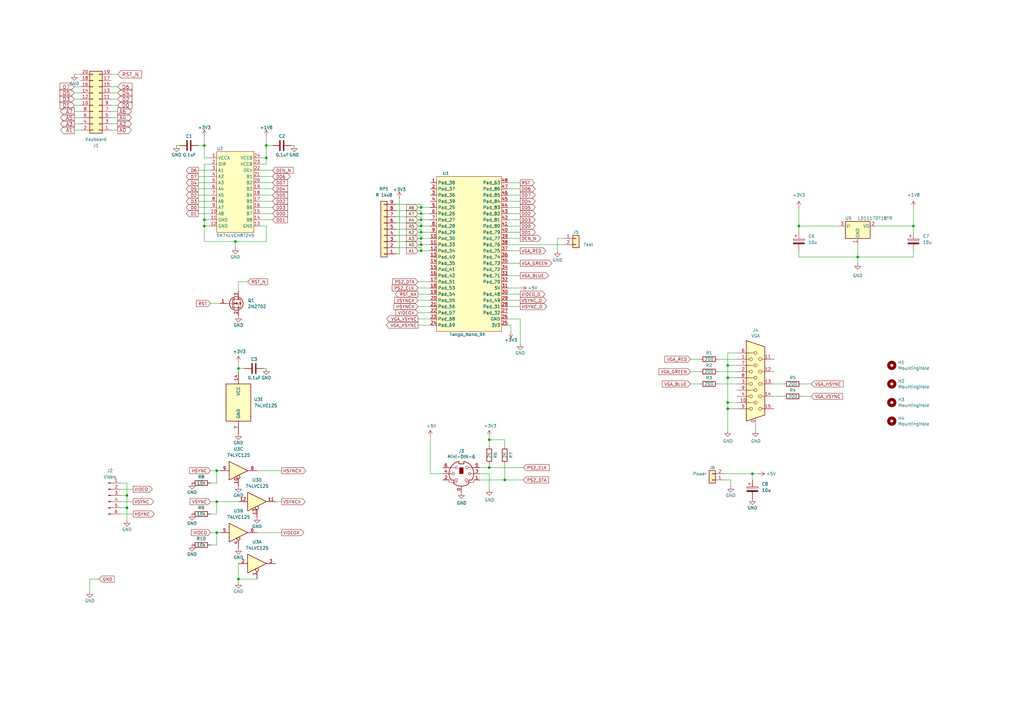
<source format=kicad_sch>
(kicad_sch (version 20211123) (generator eeschema)
  (paper "A3")
  (title_block (title "TRS-80 M3 Keyboard Adapter") (date "2022-07-04") (rev "V0.0") (comment 3 "Title: TRS-80 Keyboard Adapter for M3") (comment 4 "Author: Matt Boytim"))
  (lib_symbols
    (symbol "74xx:74LS125" (pin_names (offset 1.016))
      (property "Reference" "U" (at 0 1.27 0))
      (property "Value" "74LS125" (at 0 -1.27 0))
      (symbol "74LS125_1_0"
        (pin input inverted (at 0 -6.35 90) (length 4.445) (name "~") (number "1"))
        (pin input line (at -7.62 0 0) (length 3.81) (name "~") (number "2"))
        (pin tri_state line (at 7.62 0 180) (length 3.81) (name "~") (number "3"))
      )
      (symbol "74LS125_2_0"
        (pin input inverted (at 0 -6.35 90) (length 4.445) (name "~") (number "4"))
        (pin input line (at -7.62 0 0) (length 3.81) (name "~") (number "5"))
        (pin tri_state line (at 7.62 0 180) (length 3.81) (name "~") (number "6"))
      )
      (symbol "74LS125_3_0"
        (pin input inverted (at 0 -6.35 90) (length 4.445) (name "~") (number "10"))
        (pin tri_state line (at 7.62 0 180) (length 3.81) (name "~") (number "8"))
        (pin input line (at -7.62 0 0) (length 3.81) (name "~") (number "9"))
      )
      (symbol "74LS125_4_0"
        (pin tri_state line (at 7.62 0 180) (length 3.81) (name "~") (number "11"))
        (pin input line (at -7.62 0 0) (length 3.81) (name "~") (number "12"))
        (pin input inverted (at 0 -6.35 90) (length 4.445) (name "~") (number "13"))
      )
      (symbol "74LS125_5_0"
        (pin power_in line (at 0 12.7 270) (length 5.08) (name "VCC") (number "14"))
        (pin power_in line (at 0 -12.7 90) (length 5.08) (name "GND") (number "7"))
      )
    )
    (symbol "Connector:Conn_01x06_Male" (pin_names (offset 1.016) hide)
      (property "Reference" "J" (at 0 7.62 0))
      (property "Value" "Conn_01x06_Male" (at 0 -10.16 0))
      (symbol "Conn_01x06_Male_1_1"
        (pin passive line (at 5.08 5.08 180) (length 3.81) (name "Pin_1") (number "1"))
        (pin passive line (at 5.08 2.54 180) (length 3.81) (name "Pin_2") (number "2"))
        (pin passive line (at 5.08 0 180) (length 3.81) (name "Pin_3") (number "3"))
        (pin passive line (at 5.08 -2.54 180) (length 3.81) (name "Pin_4") (number "4"))
        (pin passive line (at 5.08 -5.08 180) (length 3.81) (name "Pin_5") (number "5"))
        (pin passive line (at 5.08 -7.62 180) (length 3.81) (name "Pin_6") (number "6"))
      )
    )
    (symbol "Connector:DB15_Female_HighDensity" (pin_names (offset 1.016) hide)
      (property "Reference" "J4" (at 0 22.0218 0))
      (property "Value" "DB15_Female_HighDensity" (at 0 19.7104 0))
      (symbol "DB15_Female_HighDensity_1_1"
        (pin input line (at 0 -16.51 90) (length 2.54) (name "Case") (number "0"))
        (pin passive line (at -7.62 10.16 0) (length 5.08) (name "~") (number "1"))
        (pin passive line (at -7.62 -7.62 0) (length 5.08) (name "~") (number "10"))
        (pin passive line (at 7.62 10.16 180) (length 5.08) (name "~") (number "11"))
        (pin passive line (at 7.62 5.08 180) (length 5.08) (name "~") (number "12"))
        (pin passive line (at 7.62 0 180) (length 5.08) (name "~") (number "13"))
        (pin passive line (at 7.62 -5.08 180) (length 5.08) (name "~") (number "14"))
        (pin passive line (at 7.62 -10.16 180) (length 5.08) (name "~") (number "15"))
        (pin passive line (at -7.62 5.08 0) (length 5.08) (name "~") (number "2"))
        (pin passive line (at -7.62 0 0) (length 5.08) (name "~") (number "3"))
        (pin passive line (at -7.62 -5.08 0) (length 5.08) (name "~") (number "4"))
        (pin passive line (at -7.62 -10.16 0) (length 5.08) (name "~") (number "5"))
        (pin passive line (at -7.62 12.7 0) (length 5.08) (name "~") (number "6"))
        (pin passive line (at -7.62 7.62 0) (length 5.08) (name "~") (number "7"))
        (pin passive line (at -7.62 2.54 0) (length 5.08) (name "~") (number "8"))
        (pin passive line (at -7.62 -2.54 0) (length 5.08) (name "~") (number "9"))
      )
    )
    (symbol "Connector:Mini-DIN-6" (pin_names (offset 1.016))
      (property "Reference" "J3" (at 0 9.3218 0))
      (property "Value" "Mini-DIN-6" (at 0 7.0104 0))
      (symbol "Mini-DIN-6_1_1"
        (pin passive line (at 0 -7.62 90) (length 2.54) (name "") (number "0"))
        (pin passive line (at 7.62 -2.54 180) (length 2.54) (name "~") (number "1"))
        (pin passive line (at -7.62 -2.54 0) (length 2.54) (name "~") (number "2"))
        (pin passive line (at 7.62 0 180) (length 2.54) (name "~") (number "3"))
        (pin passive line (at -7.62 0 0) (length 2.54) (name "~") (number "4"))
        (pin passive line (at 7.62 2.54 180) (length 2.54) (name "~") (number "5"))
        (pin passive line (at -7.62 2.54 0) (length 2.54) (name "~") (number "6"))
      )
    )
    (symbol "Connector_Generic:Conn_01x09" (pin_names (offset 1.016) hide)
      (property "Reference" "J" (at 0 12.7 0))
      (property "Value" "Conn_01x09" (at 0 -12.7 0))
      (symbol "Conn_01x09_1_1"
        (pin passive line (at -5.08 10.16 0) (length 3.81) (name "Pin_1") (number "1"))
        (pin passive line (at -5.08 7.62 0) (length 3.81) (name "Pin_2") (number "2"))
        (pin passive line (at -5.08 5.08 0) (length 3.81) (name "Pin_3") (number "3"))
        (pin passive line (at -5.08 2.54 0) (length 3.81) (name "Pin_4") (number "4"))
        (pin passive line (at -5.08 0 0) (length 3.81) (name "Pin_5") (number "5"))
        (pin passive line (at -5.08 -2.54 0) (length 3.81) (name "Pin_6") (number "6"))
        (pin passive line (at -5.08 -5.08 0) (length 3.81) (name "Pin_7") (number "7"))
        (pin passive line (at -5.08 -7.62 0) (length 3.81) (name "Pin_8") (number "8"))
        (pin passive line (at -5.08 -10.16 0) (length 3.81) (name "Pin_9") (number "9"))
      )
    )
    (symbol "Connector_Generic:Conn_02x10_Odd_Even" (pin_names (offset 1.016) hide)
      (property "Reference" "J" (at 1.27 12.7 0))
      (property "Value" "Conn_02x10_Odd_Even" (at 1.27 -15.24 0))
      (symbol "Conn_02x10_Odd_Even_1_1"
        (pin passive line (at -5.08 10.16 0) (length 3.81) (name "Pin_1") (number "1"))
        (pin passive line (at 7.62 0 180) (length 3.81) (name "Pin_10") (number "10"))
        (pin passive line (at -5.08 -2.54 0) (length 3.81) (name "Pin_11") (number "11"))
        (pin passive line (at 7.62 -2.54 180) (length 3.81) (name "Pin_12") (number "12"))
        (pin passive line (at -5.08 -5.08 0) (length 3.81) (name "Pin_13") (number "13"))
        (pin passive line (at 7.62 -5.08 180) (length 3.81) (name "Pin_14") (number "14"))
        (pin passive line (at -5.08 -7.62 0) (length 3.81) (name "Pin_15") (number "15"))
        (pin passive line (at 7.62 -7.62 180) (length 3.81) (name "Pin_16") (number "16"))
        (pin passive line (at -5.08 -10.16 0) (length 3.81) (name "Pin_17") (number "17"))
        (pin passive line (at 7.62 -10.16 180) (length 3.81) (name "Pin_18") (number "18"))
        (pin passive line (at -5.08 -12.7 0) (length 3.81) (name "Pin_19") (number "19"))
        (pin passive line (at 7.62 10.16 180) (length 3.81) (name "Pin_2") (number "2"))
        (pin passive line (at 7.62 -12.7 180) (length 3.81) (name "Pin_20") (number "20"))
        (pin passive line (at -5.08 7.62 0) (length 3.81) (name "Pin_3") (number "3"))
        (pin passive line (at 7.62 7.62 180) (length 3.81) (name "Pin_4") (number "4"))
        (pin passive line (at -5.08 5.08 0) (length 3.81) (name "Pin_5") (number "5"))
        (pin passive line (at 7.62 5.08 180) (length 3.81) (name "Pin_6") (number "6"))
        (pin passive line (at -5.08 2.54 0) (length 3.81) (name "Pin_7") (number "7"))
        (pin passive line (at 7.62 2.54 180) (length 3.81) (name "Pin_8") (number "8"))
        (pin passive line (at -5.08 0 0) (length 3.81) (name "Pin_9") (number "9"))
      )
    )
    (symbol "Device:C" (pin_numbers hide) (pin_names (offset 0.254))
      (property "Reference" "C" (at 0.635 2.54 0))
      (property "Value" "C" (at 0.635 -2.54 0))
      (symbol "C_1_1"
        (pin passive line (at 0 3.81 270) (length 2.794) (name "~") (number "1"))
        (pin passive line (at 0 -3.81 90) (length 2.794) (name "~") (number "2"))
      )
    )
    (symbol "Device:C_Polarized" (pin_numbers hide) (pin_names (offset 0.254))
      (property "Reference" "C" (at 0.635 2.54 0))
      (property "Value" "C_Polarized" (at 0.635 -2.54 0))
      (symbol "C_Polarized_1_1"
        (pin passive line (at 0 3.81 270) (length 2.794) (name "~") (number "1"))
        (pin passive line (at 0 -3.81 90) (length 2.794) (name "~") (number "2"))
      )
    )
    (symbol "Device:Q_NMOS_GSD" (pin_names (offset 0) hide)
      (property "Reference" "Q" (at 5.08 1.27 0))
      (property "Value" "Q_NMOS_GSD" (at 5.08 -1.27 0))
      (symbol "Q_NMOS_GSD_1_1"
        (pin input line (at -5.08 0 0) (length 2.54) (name "G") (number "1"))
        (pin passive line (at 2.54 -5.08 90) (length 2.54) (name "S") (number "2"))
        (pin passive line (at 2.54 5.08 270) (length 2.54) (name "D") (number "3"))
      )
    )
    (symbol "Device:R" (pin_numbers hide) (pin_names (offset 0))
      (property "Reference" "R" (at 2.032 0 90))
      (property "Value" "R" (at 0 0 90))
      (symbol "R_1_1"
        (pin passive line (at 0 3.81 270) (length 1.27) (name "~") (number "1"))
        (pin passive line (at 0 -3.81 90) (length 1.27) (name "~") (number "2"))
      )
    )
    (symbol "MYLIB:LD1117DT18TR" (pin_names (offset 0.254))
      (property "Reference" "U" (at -3.81 3.175 0))
      (property "Value" "LD1117DT18TR" (at 0 3.175 0))
      (symbol "LD1117DT18TR_1_1"
        (pin power_in line (at 0 -7.62 90) (length 2.54) (name "GND") (number "1"))
        (pin power_out line (at 7.62 0 180) (length 2.54) (name "VO") (number "2"))
        (pin power_in line (at -7.62 0 0) (length 2.54) (name "VI") (number "3"))
      )
    )
    (symbol "MYLIB:SN74LVCH8T245"
      (property "Reference" "U" (at -6.35 17.78 0))
      (property "Value" "SN74LVCH8T245" (at 0 -17.78 0))
      (symbol "SN74LVCH8T245_1_1"
        (pin power_in line (at -10.16 13.97 0) (length 2.54) (name "VCCA") (number "1"))
        (pin input line (at -10.16 -8.89 0) (length 2.54) (name "A8") (number "10"))
        (pin power_in line (at -10.16 -11.43 0) (length 2.54) (name "GND") (number "11"))
        (pin power_in line (at -10.16 -13.97 0) (length 2.54) (name "GND") (number "12"))
        (pin power_in line (at 10.16 -13.97 180) (length 2.54) (name "GND") (number "13"))
        (pin tri_state line (at 10.16 -11.43 180) (length 2.54) (name "B8") (number "14"))
        (pin tri_state line (at 10.16 -8.89 180) (length 2.54) (name "B7") (number "15"))
        (pin tri_state line (at 10.16 -6.35 180) (length 2.54) (name "B6") (number "16"))
        (pin tri_state line (at 10.16 -3.81 180) (length 2.54) (name "B5") (number "17"))
        (pin tri_state line (at 10.16 -1.27 180) (length 2.54) (name "B4") (number "18"))
        (pin tri_state line (at 10.16 1.27 180) (length 2.54) (name "B3") (number "19"))
        (pin input line (at -10.16 11.43 0) (length 2.54) (name "DIR") (number "2"))
        (pin tri_state line (at 10.16 3.81 180) (length 2.54) (name "B2") (number "20"))
        (pin tri_state line (at 10.16 6.35 180) (length 2.54) (name "B1") (number "21"))
        (pin input line (at 10.16 8.89 180) (length 2.54) (name "OEn") (number "22"))
        (pin power_in line (at 10.16 11.43 180) (length 2.54) (name "VCCB") (number "23"))
        (pin power_in line (at 10.16 13.97 180) (length 2.54) (name "VCCB") (number "24"))
        (pin input line (at -10.16 8.89 0) (length 2.54) (name "A1") (number "3"))
        (pin input line (at -10.16 6.35 0) (length 2.54) (name "A2") (number "4"))
        (pin input line (at -10.16 3.81 0) (length 2.54) (name "A3") (number "5"))
        (pin input line (at -10.16 1.27 0) (length 2.54) (name "A4") (number "6"))
        (pin input line (at -10.16 -1.27 0) (length 2.54) (name "A5") (number "7"))
        (pin input line (at -10.16 -3.81 0) (length 2.54) (name "A6") (number "8"))
        (pin input line (at -10.16 -6.35 0) (length 2.54) (name "A7") (number "9"))
      )
    )
    (symbol "MYLIB:Tango_Nano_9K"
      (property "Reference" "U" (at -10.16 30.48 0))
      (property "Value" "Tango_Nano_9K" (at -1.27 -35.56 0))
      (symbol "Tango_Nano_9K_1_1"
        (pin tri_state line (at -16.51 26.67 0) (length 2.54) (name "Pad_38") (number "1"))
        (pin tri_state line (at -16.51 3.81 0) (length 2.54) (name "Pad_30") (number "10"))
        (pin tri_state line (at -16.51 1.27 0) (length 2.54) (name "Pad_33") (number "11"))
        (pin tri_state line (at -16.51 -1.27 0) (length 2.54) (name "Pad_34") (number "12"))
        (pin tri_state line (at -16.51 -3.81 0) (length 2.54) (name "Pad_40") (number "13"))
        (pin tri_state line (at -16.51 -6.35 0) (length 2.54) (name "Pad_35") (number "14"))
        (pin tri_state line (at -16.51 -8.89 0) (length 2.54) (name "Pad_41") (number "15"))
        (pin tri_state line (at -16.51 -11.43 0) (length 2.54) (name "Pad_42") (number "16"))
        (pin tri_state line (at -16.51 -13.97 0) (length 2.54) (name "Pad_51") (number "17"))
        (pin tri_state line (at -16.51 -16.51 0) (length 2.54) (name "Pad_53") (number "18"))
        (pin tri_state line (at -16.51 -19.05 0) (length 2.54) (name "Pad_54") (number "19"))
        (pin tri_state line (at -16.51 24.13 0) (length 2.54) (name "Pad_37") (number "2"))
        (pin tri_state line (at -16.51 -21.59 0) (length 2.54) (name "Pad_55") (number "20"))
        (pin tri_state line (at -16.51 -24.13 0) (length 2.54) (name "Pad_56") (number "21"))
        (pin tri_state line (at -16.51 -26.67 0) (length 2.54) (name "Pad_57") (number "22"))
        (pin tri_state line (at -16.51 -29.21 0) (length 2.54) (name "Pad_68") (number "23"))
        (pin tri_state line (at -16.51 -31.75 0) (length 2.54) (name "Pad_69") (number "24"))
        (pin power_in line (at 15.24 -31.75 180) (length 2.54) (name "3V3") (number "25"))
        (pin power_in line (at 15.24 -29.21 180) (length 2.54) (name "GND") (number "26"))
        (pin tri_state line (at 15.24 -26.67 180) (length 2.54) (name "Pad_32") (number "27"))
        (pin tri_state line (at 15.24 -24.13 180) (length 2.54) (name "Pad_31") (number "28"))
        (pin tri_state line (at 15.24 -21.59 180) (length 2.54) (name "Pad_49") (number "29"))
        (pin tri_state line (at -16.51 21.59 0) (length 2.54) (name "Pad_36") (number "3"))
        (pin tri_state line (at 15.24 -19.05 180) (length 2.54) (name "Pad_48") (number "30"))
        (pin power_in line (at 15.24 -16.51 180) (length 2.54) (name "5V") (number "31"))
        (pin tri_state line (at 15.24 -13.97 180) (length 2.54) (name "Pad_70") (number "32"))
        (pin tri_state line (at 15.24 -11.43 180) (length 2.54) (name "Pad_71") (number "33"))
        (pin tri_state line (at 15.24 -8.89 180) (length 2.54) (name "Pad_72") (number "34"))
        (pin tri_state line (at 15.24 -6.35 180) (length 2.54) (name "Pad_73") (number "35"))
        (pin tri_state line (at 15.24 -3.81 180) (length 2.54) (name "Pad_74") (number "36"))
        (pin tri_state line (at 15.24 -1.27 180) (length 2.54) (name "Pad_75") (number "37"))
        (pin tri_state line (at 15.24 1.27 180) (length 2.54) (name "Pad_76") (number "38"))
        (pin tri_state line (at 15.24 3.81 180) (length 2.54) (name "Pad_77") (number "39"))
        (pin tri_state line (at -16.51 19.05 0) (length 2.54) (name "Pad_39") (number "4"))
        (pin tri_state line (at 15.24 6.35 180) (length 2.54) (name "Pad_79") (number "40"))
        (pin tri_state line (at 15.24 8.89 180) (length 2.54) (name "Pad_80") (number "41"))
        (pin tri_state line (at 15.24 11.43 180) (length 2.54) (name "Pad_81") (number "42"))
        (pin tri_state line (at 15.24 13.97 180) (length 2.54) (name "Pad_82") (number "43"))
        (pin tri_state line (at 15.24 16.51 180) (length 2.54) (name "Pad_83") (number "44"))
        (pin tri_state line (at 15.24 19.05 180) (length 2.54) (name "Pad_84") (number "45"))
        (pin tri_state line (at 15.24 21.59 180) (length 2.54) (name "Pad_85") (number "46"))
        (pin tri_state line (at 15.24 24.13 180) (length 2.54) (name "Pad_86") (number "47"))
        (pin tri_state line (at 15.24 26.67 180) (length 2.54) (name "Pad_63") (number "48"))
        (pin tri_state line (at -16.51 16.51 0) (length 2.54) (name "Pad_25") (number "5"))
        (pin tri_state line (at -16.51 13.97 0) (length 2.54) (name "Pad_26") (number "6"))
        (pin tri_state line (at -16.51 11.43 0) (length 2.54) (name "Pad_27") (number "7"))
        (pin tri_state line (at -16.51 8.89 0) (length 2.54) (name "Pad_28") (number "8"))
        (pin tri_state line (at -16.51 6.35 0) (length 2.54) (name "Pad_29") (number "9"))
      )
    )
    (symbol "Mechanical:MountingHole" (pin_names (offset 1.016))
      (property "Reference" "H" (at 0 5.08 0))
      (property "Value" "MountingHole" (at 0 3.175 0))
    )
    (symbol "conn:Conn_01x02" (pin_names (offset 1.016) hide)
      (property "Reference" "J" (at 0 2.54 0))
      (property "Value" "conn_Conn_01x02" (at 0 -5.08 0))
      (symbol "Conn_01x02_1_1"
        (pin passive line (at -5.08 0 0) (length 3.81) (name "Pin_1") (number "1"))
        (pin passive line (at -5.08 -2.54 0) (length 3.81) (name "Pin_2") (number "2"))
      )
    )
    (symbol "power:+1V8" (power) (pin_names (offset 0))
      (property "Value" "+1V8" (at 0 3.556 0))
      (symbol "+1V8_1_1"
        (pin power_in line (at 0 0 90) (length 0) hide (name "+1V8") (number "1"))
      )
    )
    (symbol "power:+3.3V" (power) (pin_names (offset 0))
      (property "Value" "+3.3V" (at 0 3.556 0))
      (symbol "+3.3V_1_1"
        (pin power_in line (at 0 0 90) (length 0) hide (name "+3V3") (number "1"))
      )
    )
    (symbol "power:+3V3" (power) (pin_names (offset 0))
      (property "Value" "+3V3" (at 0 3.556 0))
      (symbol "+3V3_1_1"
        (pin power_in line (at 0 0 90) (length 0) hide (name "+3V3") (number "1"))
      )
    )
    (symbol "power:+5V" (power) (pin_names (offset 0))
      (property "Value" "+5V" (at 0 3.556 0))
      (symbol "+5V_1_1"
        (pin power_in line (at 0 0 90) (length 0) hide (name "+5V") (number "1"))
      )
    )
    (symbol "power:GND" (power) (pin_names (offset 0))
      (property "Value" "GND" (at 0 -3.81 0))
      (symbol "GND_1_1"
        (pin power_in line (at 0 0 270) (length 0) hide (name "GND") (number "1"))
      )
    )
  )
  (junction (at 83.82 92.71))
  (junction (at 207.01 196.85))
  (junction (at 97.79 151.13))
  (junction (at 351.79 105.41))
  (junction (at 172.72 97.79))
  (junction (at 172.72 90.17))
  (junction (at 298.45 167.64))
  (junction (at 327.66 92.71))
  (junction (at 200.66 180.34))
  (junction (at 83.82 90.17))
  (junction (at 172.72 102.87))
  (junction (at 88.9 218.44))
  (junction (at 172.72 100.33))
  (junction (at 52.07 208.28))
  (junction (at 83.82 59.69))
  (junction (at 172.72 95.25))
  (junction (at 172.72 87.63))
  (junction (at 298.45 165.1))
  (junction (at 96.52 99.06))
  (junction (at 88.9 193.04))
  (junction (at 52.07 203.2))
  (junction (at 88.9 205.74))
  (junction (at 109.22 64.77))
  (junction (at 308.61 194.31))
  (junction (at 172.72 92.71))
  (junction (at 97.79 237.49))
  (junction (at 298.45 149.86))
  (junction (at 298.45 154.94))
  (junction (at 374.65 92.71))
  (junction (at 172.72 85.09))
  (junction (at 109.22 59.69))
  (junction (at 200.66 191.77))
  (wire (pts (xy 171.45 115.57) (xy 176.53 115.57)))
  (wire (pts (xy 327.66 105.41) (xy 351.79 105.41)))
  (wire (pts (xy 171.45 90.17) (xy 172.72 90.17)))
  (wire (pts (xy 33.02 38.1) (xy 30.48 38.1)))
  (wire (pts (xy 33.02 45.72) (xy 30.48 45.72)))
  (wire (pts (xy 297.18 194.31) (xy 308.61 194.31)))
  (wire (pts (xy 81.28 82.55) (xy 86.36 82.55)))
  (wire (pts (xy 196.85 191.77) (xy 200.66 191.77)))
  (wire (pts (xy 97.79 237.49) (xy 97.79 238.76)))
  (wire (pts (xy 97.79 115.57) (xy 97.79 119.38)))
  (wire (pts (xy 196.85 196.85) (xy 207.01 196.85)))
  (wire (pts (xy 176.53 128.27) (xy 171.45 128.27)))
  (wire (pts (xy 81.28 69.85) (xy 86.36 69.85)))
  (wire (pts (xy 208.28 113.03) (xy 213.36 113.03)))
  (wire (pts (xy 48.26 53.34) (xy 45.72 53.34)))
  (wire (pts (xy 172.72 88.9) (xy 172.72 90.17)))
  (wire (pts (xy 88.9 218.44) (xy 88.9 223.52)))
  (wire (pts (xy 109.22 99.06) (xy 109.22 92.71)))
  (wire (pts (xy 294.64 157.48) (xy 302.26 157.48)))
  (wire (pts (xy 196.85 194.31) (xy 200.66 194.31)))
  (wire (pts (xy 106.68 64.77) (xy 109.22 64.77)))
  (wire (pts (xy 171.45 123.19) (xy 176.53 123.19)))
  (wire (pts (xy 208.28 80.01) (xy 213.36 80.01)))
  (wire (pts (xy 283.21 147.32) (xy 287.02 147.32)))
  (wire (pts (xy 294.64 152.4) (xy 302.26 152.4)))
  (wire (pts (xy 171.45 87.63) (xy 172.72 87.63)))
  (wire (pts (xy 36.83 237.49) (xy 40.64 237.49)))
  (wire (pts (xy 172.72 85.09) (xy 176.53 85.09)))
  (wire (pts (xy 171.45 97.79) (xy 172.72 97.79)))
  (wire (pts (xy 302.26 165.1) (xy 298.45 165.1)))
  (wire (pts (xy 208.28 100.33) (xy 231.14 100.33)))
  (wire (pts (xy 298.45 144.78) (xy 298.45 149.86)))
  (wire (pts (xy 214.63 191.77) (xy 200.66 191.77)))
  (wire (pts (xy 106.68 74.93) (xy 111.76 74.93)))
  (wire (pts (xy 33.02 50.8) (xy 30.48 50.8)))
  (wire (pts (xy 109.22 64.77) (xy 109.22 67.31)))
  (wire (pts (xy 83.82 90.17) (xy 83.82 92.71)))
  (wire (pts (xy 109.22 59.69) (xy 111.76 59.69)))
  (wire (pts (xy 208.28 85.09) (xy 213.36 85.09)))
  (wire (pts (xy 97.79 151.13) (xy 100.33 151.13)))
  (wire (pts (xy 200.66 194.31) (xy 200.66 200.66)))
  (wire (pts (xy 328.93 162.56) (xy 332.74 162.56)))
  (wire (pts (xy 172.72 102.87) (xy 176.53 102.87)))
  (wire (pts (xy 83.82 99.06) (xy 96.52 99.06)))
  (wire (pts (xy 308.61 194.31) (xy 308.61 196.85)))
  (wire (pts (xy 81.28 72.39) (xy 86.36 72.39)))
  (wire (pts (xy 120.65 59.69) (xy 119.38 59.69)))
  (wire (pts (xy 208.28 125.73) (xy 213.36 125.73)))
  (wire (pts (xy 106.68 92.71) (xy 109.22 92.71)))
  (wire (pts (xy 86.36 210.82) (xy 88.9 210.82)))
  (wire (pts (xy 52.07 208.28) (xy 52.07 213.36)))
  (wire (pts (xy 171.45 125.73) (xy 176.53 125.73)))
  (wire (pts (xy 297.18 196.85) (xy 299.72 196.85)))
  (wire (pts (xy 72.39 59.69) (xy 73.66 59.69)))
  (wire (pts (xy 208.28 92.71) (xy 213.36 92.71)))
  (wire (pts (xy 213.36 130.81) (xy 213.36 140.97)))
  (wire (pts (xy 162.56 83.82) (xy 172.72 83.82)))
  (wire (pts (xy 109.22 59.69) (xy 109.22 64.77)))
  (wire (pts (xy 208.28 90.17) (xy 213.36 90.17)))
  (wire (pts (xy 88.9 205.74) (xy 97.79 205.74)))
  (wire (pts (xy 33.02 35.56) (xy 30.48 35.56)))
  (wire (pts (xy 48.26 48.26) (xy 45.72 48.26)))
  (wire (pts (xy 209.55 133.35) (xy 209.55 135.89)))
  (wire (pts (xy 328.93 157.48) (xy 332.74 157.48)))
  (wire (pts (xy 97.79 237.49) (xy 105.41 237.49)))
  (wire (pts (xy 298.45 149.86) (xy 298.45 154.94)))
  (wire (pts (xy 109.22 67.31) (xy 106.68 67.31)))
  (wire (pts (xy 81.28 87.63) (xy 86.36 87.63)))
  (wire (pts (xy 172.72 83.82) (xy 172.72 85.09)))
  (wire (pts (xy 317.5 162.56) (xy 321.31 162.56)))
  (wire (pts (xy 36.83 242.57) (xy 36.83 237.49)))
  (wire (pts (xy 208.28 107.95) (xy 213.36 107.95)))
  (wire (pts (xy 97.79 231.14) (xy 97.79 237.49)))
  (wire (pts (xy 351.79 105.41) (xy 374.65 105.41)))
  (wire (pts (xy 81.28 59.69) (xy 83.82 59.69)))
  (wire (pts (xy 171.45 102.87) (xy 172.72 102.87)))
  (wire (pts (xy 200.66 180.34) (xy 200.66 182.88)))
  (wire (pts (xy 172.72 90.17) (xy 176.53 90.17)))
  (wire (pts (xy 48.26 38.1) (xy 45.72 38.1)))
  (wire (pts (xy 302.26 149.86) (xy 298.45 149.86)))
  (wire (pts (xy 302.26 144.78) (xy 298.45 144.78)))
  (wire (pts (xy 374.65 92.71) (xy 374.65 95.25)))
  (wire (pts (xy 49.53 203.2) (xy 52.07 203.2)))
  (wire (pts (xy 162.56 91.44) (xy 172.72 91.44)))
  (wire (pts (xy 351.79 100.33) (xy 351.79 105.41)))
  (wire (pts (xy 83.82 64.77) (xy 86.36 64.77)))
  (wire (pts (xy 48.26 40.64) (xy 45.72 40.64)))
  (wire (pts (xy 208.28 74.93) (xy 213.36 74.93)))
  (wire (pts (xy 172.72 93.98) (xy 172.72 95.25)))
  (wire (pts (xy 33.02 53.34) (xy 30.48 53.34)))
  (wire (pts (xy 171.45 92.71) (xy 172.72 92.71)))
  (wire (pts (xy 207.01 196.85) (xy 214.63 196.85)))
  (wire (pts (xy 81.28 85.09) (xy 86.36 85.09)))
  (wire (pts (xy 208.28 102.87) (xy 213.36 102.87)))
  (wire (pts (xy 106.68 69.85) (xy 111.76 69.85)))
  (wire (pts (xy 83.82 92.71) (xy 83.82 99.06)))
  (wire (pts (xy 106.68 77.47) (xy 111.76 77.47)))
  (wire (pts (xy 162.56 86.36) (xy 172.72 86.36)))
  (wire (pts (xy 33.02 40.64) (xy 30.48 40.64)))
  (wire (pts (xy 172.72 97.79) (xy 176.53 97.79)))
  (wire (pts (xy 172.72 95.25) (xy 176.53 95.25)))
  (wire (pts (xy 106.68 82.55) (xy 111.76 82.55)))
  (wire (pts (xy 172.72 92.71) (xy 176.53 92.71)))
  (wire (pts (xy 113.03 205.74) (xy 115.57 205.74)))
  (wire (pts (xy 107.95 151.13) (xy 109.22 151.13)))
  (wire (pts (xy 96.52 99.06) (xy 96.52 101.6)))
  (wire (pts (xy 208.28 77.47) (xy 213.36 77.47)))
  (wire (pts (xy 176.53 194.31) (xy 181.61 194.31)))
  (wire (pts (xy 163.83 104.14) (xy 163.83 81.28)))
  (wire (pts (xy 172.72 100.33) (xy 176.53 100.33)))
  (wire (pts (xy 302.26 167.64) (xy 298.45 167.64)))
  (wire (pts (xy 208.28 95.25) (xy 213.36 95.25)))
  (wire (pts (xy 176.53 133.35) (xy 171.45 133.35)))
  (wire (pts (xy 45.72 30.48) (xy 48.26 30.48)))
  (wire (pts (xy 86.36 223.52) (xy 88.9 223.52)))
  (wire (pts (xy 83.82 92.71) (xy 86.36 92.71)))
  (wire (pts (xy 81.28 74.93) (xy 86.36 74.93)))
  (wire (pts (xy 172.72 86.36) (xy 172.72 87.63)))
  (wire (pts (xy 101.6 115.57) (xy 97.79 115.57)))
  (wire (pts (xy 171.45 85.09) (xy 172.72 85.09)))
  (wire (pts (xy 208.28 82.55) (xy 213.36 82.55)))
  (wire (pts (xy 172.72 101.6) (xy 172.72 102.87)))
  (wire (pts (xy 172.72 99.06) (xy 172.72 100.33)))
  (wire (pts (xy 207.01 182.88) (xy 207.01 180.34)))
  (wire (pts (xy 176.53 130.81) (xy 171.45 130.81)))
  (wire (pts (xy 172.72 96.52) (xy 172.72 97.79)))
  (wire (pts (xy 327.66 92.71) (xy 327.66 95.25)))
  (wire (pts (xy 298.45 167.64) (xy 298.45 176.53)))
  (wire (pts (xy 327.66 92.71) (xy 344.17 92.71)))
  (wire (pts (xy 171.45 120.65) (xy 176.53 120.65)))
  (wire (pts (xy 48.26 43.18) (xy 45.72 43.18)))
  (wire (pts (xy 86.36 193.04) (xy 88.9 193.04)))
  (wire (pts (xy 97.79 148.59) (xy 97.79 151.13)))
  (wire (pts (xy 298.45 165.1) (xy 298.45 167.64)))
  (wire (pts (xy 83.82 55.88) (xy 83.82 59.69)))
  (wire (pts (xy 86.36 124.46) (xy 90.17 124.46)))
  (wire (pts (xy 298.45 154.94) (xy 298.45 165.1)))
  (wire (pts (xy 48.26 35.56) (xy 45.72 35.56)))
  (wire (pts (xy 49.53 200.66) (xy 54.61 200.66)))
  (wire (pts (xy 106.68 80.01) (xy 111.76 80.01)))
  (wire (pts (xy 231.14 97.79) (xy 228.6 97.79)))
  (wire (pts (xy 49.53 208.28) (xy 52.07 208.28)))
  (wire (pts (xy 172.72 87.63) (xy 176.53 87.63)))
  (wire (pts (xy 302.26 154.94) (xy 298.45 154.94)))
  (wire (pts (xy 30.48 30.48) (xy 33.02 30.48)))
  (wire (pts (xy 88.9 218.44) (xy 90.17 218.44)))
  (wire (pts (xy 106.68 90.17) (xy 111.76 90.17)))
  (wire (pts (xy 49.53 205.74) (xy 54.61 205.74)))
  (wire (pts (xy 213.36 118.11) (xy 208.28 118.11)))
  (wire (pts (xy 207.01 180.34) (xy 200.66 180.34)))
  (wire (pts (xy 105.41 218.44) (xy 115.57 218.44)))
  (wire (pts (xy 228.6 97.79) (xy 228.6 102.87)))
  (wire (pts (xy 162.56 93.98) (xy 172.72 93.98)))
  (wire (pts (xy 208.28 87.63) (xy 213.36 87.63)))
  (wire (pts (xy 208.28 133.35) (xy 209.55 133.35)))
  (wire (pts (xy 308.61 194.31) (xy 311.15 194.31)))
  (wire (pts (xy 171.45 100.33) (xy 172.72 100.33)))
  (wire (pts (xy 327.66 85.09) (xy 327.66 92.71)))
  (wire (pts (xy 172.72 91.44) (xy 172.72 92.71)))
  (wire (pts (xy 283.21 152.4) (xy 287.02 152.4)))
  (wire (pts (xy 106.68 85.09) (xy 111.76 85.09)))
  (wire (pts (xy 200.66 191.77) (xy 200.66 190.5)))
  (wire (pts (xy 327.66 102.87) (xy 327.66 105.41)))
  (wire (pts (xy 176.53 179.07) (xy 176.53 194.31)))
  (wire (pts (xy 374.65 102.87) (xy 374.65 105.41)))
  (wire (pts (xy 171.45 95.25) (xy 172.72 95.25)))
  (wire (pts (xy 162.56 101.6) (xy 172.72 101.6)))
  (wire (pts (xy 309.88 173.99) (xy 309.88 176.53)))
  (wire (pts (xy 88.9 210.82) (xy 88.9 205.74)))
  (wire (pts (xy 299.72 196.85) (xy 299.72 199.39)))
  (wire (pts (xy 52.07 203.2) (xy 52.07 208.28)))
  (wire (pts (xy 96.52 99.06) (xy 109.22 99.06)))
  (wire (pts (xy 171.45 118.11) (xy 176.53 118.11)))
  (wire (pts (xy 86.36 67.31) (xy 83.82 67.31)))
  (wire (pts (xy 97.79 151.13) (xy 97.79 152.4)))
  (wire (pts (xy 162.56 96.52) (xy 172.72 96.52)))
  (wire (pts (xy 33.02 43.18) (xy 30.48 43.18)))
  (wire (pts (xy 200.66 179.07) (xy 200.66 180.34)))
  (wire (pts (xy 48.26 45.72) (xy 45.72 45.72)))
  (wire (pts (xy 49.53 198.12) (xy 52.07 198.12)))
  (wire (pts (xy 208.28 130.81) (xy 213.36 130.81)))
  (wire (pts (xy 88.9 193.04) (xy 88.9 198.12)))
  (wire (pts (xy 351.79 105.41) (xy 351.79 107.95)))
  (wire (pts (xy 86.36 205.74) (xy 88.9 205.74)))
  (wire (pts (xy 162.56 88.9) (xy 172.72 88.9)))
  (wire (pts (xy 294.64 147.32) (xy 302.26 147.32)))
  (wire (pts (xy 106.68 72.39) (xy 111.76 72.39)))
  (wire (pts (xy 83.82 59.69) (xy 83.82 64.77)))
  (wire (pts (xy 86.36 90.17) (xy 83.82 90.17)))
  (wire (pts (xy 88.9 193.04) (xy 90.17 193.04)))
  (wire (pts (xy 86.36 198.12) (xy 88.9 198.12)))
  (wire (pts (xy 374.65 92.71) (xy 359.41 92.71)))
  (wire (pts (xy 374.65 85.09) (xy 374.65 92.71)))
  (wire (pts (xy 317.5 157.48) (xy 321.31 157.48)))
  (wire (pts (xy 208.28 120.65) (xy 213.36 120.65)))
  (wire (pts (xy 283.21 157.48) (xy 287.02 157.48)))
  (wire (pts (xy 162.56 104.14) (xy 163.83 104.14)))
  (wire (pts (xy 207.01 196.85) (xy 207.01 190.5)))
  (wire (pts (xy 81.28 77.47) (xy 86.36 77.47)))
  (wire (pts (xy 208.28 123.19) (xy 213.36 123.19)))
  (wire (pts (xy 52.07 198.12) (xy 52.07 203.2)))
  (wire (pts (xy 86.36 218.44) (xy 88.9 218.44)))
  (wire (pts (xy 208.28 97.79) (xy 213.36 97.79)))
  (wire (pts (xy 49.53 210.82) (xy 54.61 210.82)))
  (wire (pts (xy 83.82 67.31) (xy 83.82 90.17)))
  (wire (pts (xy 81.28 80.01) (xy 86.36 80.01)))
  (wire (pts (xy 106.68 87.63) (xy 111.76 87.63)))
  (wire (pts (xy 109.22 55.88) (xy 109.22 59.69)))
  (wire (pts (xy 33.02 48.26) (xy 30.48 48.26)))
  (wire (pts (xy 48.26 50.8) (xy 45.72 50.8)))
  (wire (pts (xy 162.56 99.06) (xy 172.72 99.06)))
  (wire (pts (xy 105.41 193.04) (xy 115.57 193.04)))
  (global_label "A4" (shape output) (at 48.26 48.26 0) (effects (font (size 1.524 1.524))) (property "Intersheet References" "${INTERSHEET_REFS}" (effects hide)))
  (global_label "D3" (shape input) (at 30.48 40.64 180) (effects (font (size 1.524 1.524))) (property "Intersheet References" "${INTERSHEET_REFS}" (effects hide)))
  (global_label "DEN_N" (shape input) (at 111.76 69.85 0) (property "Intersheet References" "${INTERSHEET_REFS}" (effects hide)))
  (global_label "DD7" (shape input) (at 111.76 74.93 0) (property "Intersheet References" "${INTERSHEET_REFS}" (effects hide)))
  (global_label "VIDEO" (shape output) (at 54.61 200.66 0) (property "Intersheet References" "${INTERSHEET_REFS}" (effects hide)))
  (global_label "VIDEOX" (shape output) (at 115.57 218.44 0) (property "Intersheet References" "${INTERSHEET_REFS}" (effects hide)))
  (global_label "PS2_CLK" (shape input) (at 171.45 118.11 180) (property "Intersheet References" "${INTERSHEET_REFS}" (effects hide)))
  (global_label "VGA_GREEN" (shape input) (at 283.21 152.4 180) (property "Intersheet References" "${INTERSHEET_REFS}" (effects hide)))
  (global_label "D5" (shape output) (at 81.28 77.47 180) (property "Intersheet References" "${INTERSHEET_REFS}" (effects hide)))
  (global_label "D1" (shape output) (at 81.28 87.63 180) (property "Intersheet References" "${INTERSHEET_REFS}" (effects hide)))
  (global_label "DD0" (shape output) (at 213.36 92.71 0) (property "Intersheet References" "${INTERSHEET_REFS}" (effects hide)))
  (global_label "DD7" (shape output) (at 213.36 80.01 0) (property "Intersheet References" "${INTERSHEET_REFS}" (effects hide)))
  (global_label "VSYNC" (shape input) (at 86.36 205.74 180) (property "Intersheet References" "${INTERSHEET_REFS}" (effects hide)))
  (global_label "DD4" (shape output) (at 213.36 82.55 0) (property "Intersheet References" "${INTERSHEET_REFS}" (effects hide)))
  (global_label "VGA_VSYNC" (shape output) (at 171.45 130.81 180) (property "Intersheet References" "${INTERSHEET_REFS}" (effects hide)))
  (global_label "VSYNCX" (shape output) (at 115.57 205.74 0) (property "Intersheet References" "${INTERSHEET_REFS}" (effects hide)))
  (global_label "VSYNC" (shape output) (at 54.61 205.74 0) (property "Intersheet References" "${INTERSHEET_REFS}" (effects hide)))
  (global_label "A4" (shape input) (at 171.45 90.17 180) (property "Intersheet References" "${INTERSHEET_REFS}" (effects hide)))
  (global_label "RST_N" (shape input) (at 48.26 30.48 0) (effects (font (size 1.524 1.524))) (property "Intersheet References" "${INTERSHEET_REFS}" (effects hide)))
  (global_label "VGA_RED" (shape input) (at 283.21 147.32 180) (property "Intersheet References" "${INTERSHEET_REFS}" (effects hide)))
  (global_label "A7" (shape input) (at 171.45 87.63 180) (property "Intersheet References" "${INTERSHEET_REFS}" (effects hide)))
  (global_label "VGA_BLUE" (shape input) (at 283.21 157.48 180) (property "Intersheet References" "${INTERSHEET_REFS}" (effects hide)))
  (global_label "DD1" (shape input) (at 111.76 90.17 0) (property "Intersheet References" "${INTERSHEET_REFS}" (effects hide)))
  (global_label "VIDEO" (shape input) (at 86.36 218.44 180) (property "Intersheet References" "${INTERSHEET_REFS}" (effects hide)))
  (global_label "DD3" (shape output) (at 213.36 90.17 0) (property "Intersheet References" "${INTERSHEET_REFS}" (effects hide)))
  (global_label "VGA_VSYNC" (shape input) (at 332.74 162.56 0) (property "Intersheet References" "${INTERSHEET_REFS}" (effects hide)))
  (global_label "VGA_HSYNC" (shape input) (at 332.74 157.48 0) (property "Intersheet References" "${INTERSHEET_REFS}" (effects hide)))
  (global_label "VGA_HSYNC" (shape output) (at 171.45 133.35 180) (property "Intersheet References" "${INTERSHEET_REFS}" (effects hide)))
  (global_label "DD1" (shape output) (at 213.36 95.25 0) (property "Intersheet References" "${INTERSHEET_REFS}" (effects hide)))
  (global_label "VGA_RED" (shape output) (at 213.36 102.87 0) (property "Intersheet References" "${INTERSHEET_REFS}" (effects hide)))
  (global_label "A6" (shape input) (at 171.45 85.09 180) (property "Intersheet References" "${INTERSHEET_REFS}" (effects hide)))
  (global_label "VIDEO_O" (shape output) (at 213.36 120.65 0) (property "Intersheet References" "${INTERSHEET_REFS}" (effects hide)))
  (global_label "D6" (shape input) (at 48.26 35.56 0) (effects (font (size 1.524 1.524))) (property "Intersheet References" "${INTERSHEET_REFS}" (effects hide)))
  (global_label "D4" (shape output) (at 81.28 74.93 180) (property "Intersheet References" "${INTERSHEET_REFS}" (effects hide)))
  (global_label "D4" (shape input) (at 48.26 38.1 0) (effects (font (size 1.524 1.524))) (property "Intersheet References" "${INTERSHEET_REFS}" (effects hide)))
  (global_label "A6" (shape output) (at 48.26 45.72 0) (effects (font (size 1.524 1.524))) (property "Intersheet References" "${INTERSHEET_REFS}" (effects hide)))
  (global_label "DD6" (shape bidirectional) (at 111.76 72.39 0) (property "Intersheet References" "${INTERSHEET_REFS}" (effects hide)))
  (global_label "D2" (shape input) (at 48.26 40.64 0) (effects (font (size 1.524 1.524))) (property "Intersheet References" "${INTERSHEET_REFS}" (effects hide)))
  (global_label "D5" (shape input) (at 30.48 38.1 180) (effects (font (size 1.524 1.524))) (property "Intersheet References" "${INTERSHEET_REFS}" (effects hide)))
  (global_label "RST" (shape input) (at 86.36 124.46 180) (property "Intersheet References" "${INTERSHEET_REFS}" (effects hide)))
  (global_label "A0" (shape output) (at 48.26 53.34 0) (effects (font (size 1.524 1.524))) (property "Intersheet References" "${INTERSHEET_REFS}" (effects hide)))
  (global_label "A0" (shape input) (at 171.45 100.33 180) (property "Intersheet References" "${INTERSHEET_REFS}" (effects hide)))
  (global_label "A3" (shape output) (at 30.48 50.8 180) (effects (font (size 1.524 1.524))) (property "Intersheet References" "${INTERSHEET_REFS}" (effects hide)))
  (global_label "RST_NX" (shape output) (at 171.45 120.65 180) (property "Intersheet References" "${INTERSHEET_REFS}" (effects hide)))
  (global_label "D3" (shape output) (at 81.28 82.55 180) (property "Intersheet References" "${INTERSHEET_REFS}" (effects hide)))
  (global_label "A2" (shape input) (at 171.45 95.25 180) (property "Intersheet References" "${INTERSHEET_REFS}" (effects hide)))
  (global_label "DD3" (shape input) (at 111.76 85.09 0) (property "Intersheet References" "${INTERSHEET_REFS}" (effects hide)))
  (global_label "HSYNC" (shape input) (at 86.36 193.04 180) (property "Intersheet References" "${INTERSHEET_REFS}" (effects hide)))
  (global_label "DD4" (shape input) (at 111.76 77.47 0) (property "Intersheet References" "${INTERSHEET_REFS}" (effects hide)))
  (global_label "HSYNC" (shape output) (at 54.61 210.82 0) (property "Intersheet References" "${INTERSHEET_REFS}" (effects hide)))
  (global_label "A3" (shape input) (at 171.45 97.79 180) (property "Intersheet References" "${INTERSHEET_REFS}" (effects hide)))
  (global_label "VSYNCX" (shape input) (at 171.45 123.19 180) (property "Intersheet References" "${INTERSHEET_REFS}" (effects hide)))
  (global_label "D7" (shape input) (at 30.48 35.56 180) (effects (font (size 1.524 1.524))) (property "Intersheet References" "${INTERSHEET_REFS}" (effects hide)))
  (global_label "D6" (shape output) (at 81.28 69.85 180) (property "Intersheet References" "${INTERSHEET_REFS}" (effects hide)))
  (global_label "GND" (shape input) (at 40.64 237.49 0) (property "Intersheet References" "${INTERSHEET_REFS}" (effects hide)))
  (global_label "D0" (shape input) (at 48.26 43.18 0) (effects (font (size 1.524 1.524))) (property "Intersheet References" "${INTERSHEET_REFS}" (effects hide)))
  (global_label "VGA_GREEN" (shape output) (at 213.36 107.95 0) (property "Intersheet References" "${INTERSHEET_REFS}" (effects hide)))
  (global_label "DD6" (shape output) (at 213.36 77.47 0) (property "Intersheet References" "${INTERSHEET_REFS}" (effects hide)))
  (global_label "A5" (shape input) (at 171.45 92.71 180) (property "Intersheet References" "${INTERSHEET_REFS}" (effects hide)))
  (global_label "PS2_DTA" (shape input) (at 171.45 115.57 180) (property "Intersheet References" "${INTERSHEET_REFS}" (effects hide)))
  (global_label "D7" (shape output) (at 81.28 72.39 180) (property "Intersheet References" "${INTERSHEET_REFS}" (effects hide)))
  (global_label "VSYNC_O" (shape output) (at 213.36 123.19 0) (property "Intersheet References" "${INTERSHEET_REFS}" (effects hide)))
  (global_label "HSYNC_O" (shape output) (at 213.36 125.73 0) (property "Intersheet References" "${INTERSHEET_REFS}" (effects hide)))
  (global_label "A2" (shape output) (at 48.26 50.8 0) (effects (font (size 1.524 1.524))) (property "Intersheet References" "${INTERSHEET_REFS}" (effects hide)))
  (global_label "DD2" (shape output) (at 213.36 87.63 0) (property "Intersheet References" "${INTERSHEET_REFS}" (effects hide)))
  (global_label "VGA_BLUE" (shape output) (at 213.36 113.03 0) (property "Intersheet References" "${INTERSHEET_REFS}" (effects hide)))
  (global_label "RST" (shape output) (at 213.36 74.93 0) (property "Intersheet References" "${INTERSHEET_REFS}" (effects hide)))
  (global_label "DD5" (shape input) (at 111.76 80.01 0) (property "Intersheet References" "${INTERSHEET_REFS}" (effects hide)))
  (global_label "D0" (shape output) (at 81.28 85.09 180) (property "Intersheet References" "${INTERSHEET_REFS}" (effects hide)))
  (global_label "DD0" (shape input) (at 111.76 87.63 0) (property "Intersheet References" "${INTERSHEET_REFS}" (effects hide)))
  (global_label "A7" (shape output) (at 30.48 45.72 180) (effects (font (size 1.524 1.524))) (property "Intersheet References" "${INTERSHEET_REFS}" (effects hide)))
  (global_label "A1" (shape output) (at 30.48 53.34 180) (effects (font (size 1.524 1.524))) (property "Intersheet References" "${INTERSHEET_REFS}" (effects hide)))
  (global_label "VIDEOX" (shape input) (at 171.45 128.27 180) (property "Intersheet References" "${INTERSHEET_REFS}" (effects hide)))
  (global_label "D1" (shape input) (at 30.48 43.18 180) (effects (font (size 1.524 1.524))) (property "Intersheet References" "${INTERSHEET_REFS}" (effects hide)))
  (global_label "PS2_DTA" (shape input) (at 214.63 196.85 0) (property "Intersheet References" "${INTERSHEET_REFS}" (effects hide)))
  (global_label "RST_N" (shape input) (at 101.6 115.57 0) (property "Intersheet References" "${INTERSHEET_REFS}" (effects hide)))
  (global_label "D2" (shape output) (at 81.28 80.01 180) (property "Intersheet References" "${INTERSHEET_REFS}" (effects hide)))
  (global_label "DD2" (shape input) (at 111.76 82.55 0) (property "Intersheet References" "${INTERSHEET_REFS}" (effects hide)))
  (global_label "DEN_N" (shape output) (at 213.36 97.79 0) (property "Intersheet References" "${INTERSHEET_REFS}" (effects hide)))
  (global_label "A5" (shape output) (at 30.48 48.26 180) (effects (font (size 1.524 1.524))) (property "Intersheet References" "${INTERSHEET_REFS}" (effects hide)))
  (global_label "HSYNCX" (shape input) (at 171.45 125.73 180) (property "Intersheet References" "${INTERSHEET_REFS}" (effects hide)))
  (global_label "DD5" (shape output) (at 213.36 85.09 0) (property "Intersheet References" "${INTERSHEET_REFS}" (effects hide)))
  (global_label "PS2_CLK" (shape input) (at 214.63 191.77 0) (property "Intersheet References" "${INTERSHEET_REFS}" (effects hide)))
  (global_label "HSYNCX" (shape output) (at 115.57 193.04 0) (property "Intersheet References" "${INTERSHEET_REFS}" (effects hide)))
  (global_label "A1" (shape input) (at 171.45 102.87 180) (property "Intersheet References" "${INTERSHEET_REFS}" (effects hide)))
  (symbol (lib_id "power:+3.3V") (at 209.55 135.89 180) (unit 1)
    (property "Reference" "#PWR0111" (effects hide))
    (property "Value" "+3.3V" (at 209.55 139.446 0))
  )
  (symbol (lib_id "power:GND") (at 36.83 242.57 0) (unit 1)
    (property "Reference" "#PWR0119" (effects hide))
    (property "Value" "GND" (at 36.83 246.38 0))
  )
  (symbol (lib_id "power:+5V") (at 213.36 118.11 270) (unit 1)
    (property "Reference" "#PWR0115" (effects hide))
    (property "Value" "+5V" (at 218.44 118.11 90))
  )
  (symbol (lib_id "Mechanical:MountingHole") (at 365.76 149.86 0) (unit 1)
    (property "Reference" "H1" (at 368.3 148.6916 0) (effects (justify left)))
    (property "Value" "MountingHole" (at 368.3 151.003 0) (effects (justify left)))
    (property "Footprint" "MountingHole:MountingHole_3mm_Pad_Via" (effects hide))
  )
  (symbol (lib_id "Mechanical:MountingHole") (at 365.76 157.48 0) (unit 1)
    (property "Reference" "H2" (at 368.3 156.3116 0) (effects (justify left)))
    (property "Value" "MountingHole" (at 368.3 158.623 0) (effects (justify left)))
    (property "Footprint" "MountingHole:MountingHole_3mm_Pad_Via" (effects hide))
  )
  (symbol (lib_id "Mechanical:MountingHole") (at 365.76 165.1 0) (unit 1)
    (property "Reference" "H3" (at 368.3 163.9316 0) (effects (justify left)))
    (property "Value" "MountingHole" (at 368.3 166.243 0) (effects (justify left)))
    (property "Footprint" "MountingHole:MountingHole_3mm_Pad_Via" (effects hide))
  )
  (symbol (lib_id "Mechanical:MountingHole") (at 365.76 172.72 0) (unit 1)
    (property "Reference" "H4" (at 368.3 171.5516 0) (effects (justify left)))
    (property "Value" "MountingHole" (at 368.3 173.863 0) (effects (justify left)))
    (property "Footprint" "MountingHole:MountingHole_3mm_Pad_Via" (effects hide))
  )
  (symbol (lib_id "power:GND") (at 189.23 201.93 0) (unit 1)
    (property "Reference" "#PWR0116" (effects hide))
    (property "Value" "GND" (at 189.357 206.3242 0))
  )
  (symbol (lib_id "conn:Conn_01x02") (at 236.22 97.79 0) (unit 1)
    (property "Reference" "J5" (at 236.22 95.25 0))
    (property "Value" "Test" (at 241.3 100.33 0))
    (property "Footprint" "Connector_PinHeader_2.54mm:PinHeader_1x02_P2.54mm_Vertical" (effects hide))
  )
  (symbol (lib_id "74xx:74LS125") (at 97.79 218.44 0) (unit 2)
    (property "Reference" "U3" (at 97.79 209.55 0))
    (property "Value" "74LVC125" (at 97.79 212.09 0))
    (property "Footprint" "Package_SO:SO-14_3.9x8.65mm_P1.27mm" (effects hide))
    (property "Datasheet" "http://www.ti.com/lit/gpn/sn74LS125" (effects hide))
  )
  (symbol (lib_id "MYLIB:SN74LVCH8T245") (at 96.52 78.74 0) (unit 1)
    (property "Reference" "U2" (at 90.17 60.96 0))
    (property "Value" "SN74LVCH8T245" (at 96.52 96.52 0))
    (property "Footprint" "Package_SO:TSSOP-24_4.4x7.8mm_P0.65mm" (effects hide))
  )
  (symbol (lib_id "conn:Conn_01x02") (at 292.1 196.85 180) (unit 1)
    (property "Reference" "J6" (at 292.1 191.77 0))
    (property "Value" "Power" (at 287.02 194.31 0))
    (property "Footprint" "Connector_PinHeader_2.54mm:PinHeader_1x02_P2.54mm_Vertical" (effects hide))
  )
  (symbol (lib_id "Device:R") (at 325.12 162.56 270) (unit 1)
    (property "Reference" "R4" (at 325.12 160.02 90))
    (property "Value" "200" (at 325.12 162.56 90))
    (property "Footprint" "Resistor_SMD:R_0805_2012Metric_Pad1.20x1.40mm_HandSolder" (effects hide))
  )
  (symbol (lib_id "power:+3.3V") (at 327.66 85.09 0) (unit 1)
    (property "Reference" "#PWR0124" (effects hide))
    (property "Value" "+3.3V" (at 327.66 80.01 0))
  )
  (symbol (lib_id "Connector:Conn_01x06_Male") (at 44.45 203.2 0) (unit 1)
    (property "Reference" "J2" (at 45.085 193.04 0))
    (property "Value" "Video" (at 45.085 195.58 0))
    (property "Footprint" "Connector_PinHeader_2.54mm:PinHeader_1x06_P2.54mm_Horizontal" (effects hide))
  )
  (symbol (lib_id "power:GND") (at 120.65 59.69 0) (unit 1)
    (property "Reference" "#PWR0113" (effects hide))
    (property "Value" "GND" (at 120.65 63.5 0))
  )
  (symbol (lib_id "power:GND") (at 30.48 30.48 0) (unit 1)
    (property "Reference" "#PWR0136" (effects hide))
    (property "Value" "GND" (at 30.48 34.29 0))
  )
  (symbol (lib_id "Device:C_Polarized") (at 308.61 200.66 0) (unit 1)
    (property "Reference" "C8" (at 312.42 198.5009 0) (effects (justify left)))
    (property "Value" "10u" (at 312.42 201.0409 0) (effects (justify left)))
    (property "Footprint" "Capacitor_SMD:C_1206_3216Metric_Pad1.33x1.80mm_HandSolder" (effects hide))
  )
  (symbol (lib_id "power:GND") (at 78.74 210.82 0) (unit 1)
    (property "Reference" "#PWR0122" (effects hide))
    (property "Value" "GND" (at 78.74 214.63 0))
  )
  (symbol (lib_id "Connector:DB15_Female_HighDensity") (at 309.88 157.48 0) (unit 1)
    (property "Reference" "J4" (at 309.88 135.4582 0))
    (property "Value" "VGA" (at 309.88 137.7696 0))
    (property "Footprint" "TRS-IO-M1:DB_15F-VGA" (effects hide))
    (property "Datasheet" " ~" (effects hide))
  )
  (symbol (lib_id "74xx:74LS125") (at 105.41 205.74 0) (unit 4)
    (property "Reference" "U3" (at 105.41 196.85 0))
    (property "Value" "74LVC125" (at 105.41 199.39 0))
    (property "Footprint" "Package_SO:SO-14_3.9x8.65mm_P1.27mm" (effects hide))
    (property "Datasheet" "http://www.ti.com/lit/gpn/sn74LS125" (effects hide))
  )
  (symbol (lib_id "power:GND") (at 78.74 223.52 0) (unit 1)
    (property "Reference" "#PWR0118" (effects hide))
    (property "Value" "GND" (at 78.74 227.33 0))
  )
  (symbol (lib_id "Device:R") (at 82.55 198.12 270) (unit 1)
    (property "Reference" "R8" (at 82.55 195.58 90))
    (property "Value" "10k" (at 82.55 198.12 90))
    (property "Footprint" "Resistor_SMD:R_0805_2012Metric_Pad1.20x1.40mm_HandSolder" (effects hide))
  )
  (symbol (lib_id "power:GND") (at 309.88 176.53 0) (unit 1)
    (property "Reference" "#PWR0133" (effects hide))
    (property "Value" "GND" (at 310.007 180.9242 0))
  )
  (symbol (lib_id "power:+5V") (at 311.15 194.31 270) (unit 1)
    (property "Reference" "#PWR0131" (effects hide))
    (property "Value" "+5V" (at 316.23 194.31 90))
  )
  (symbol (lib_id "power:+3V3") (at 83.82 55.88 0) (unit 1)
    (property "Reference" "#PWR0125" (effects hide))
    (property "Value" "+3V3" (at 83.82 52.324 0))
  )
  (symbol (lib_id "power:GND") (at 200.66 200.66 0) (unit 1)
    (property "Reference" "#PWR0103" (effects hide))
    (property "Value" "GND" (at 200.787 205.0542 0))
  )
  (symbol (lib_id "power:GND") (at 52.07 213.36 0) (unit 1)
    (property "Reference" "#PWR0112" (effects hide))
    (property "Value" "GND" (at 52.07 217.17 0))
  )
  (symbol (lib_id "power:GND") (at 97.79 129.54 0) (unit 1)
    (property "Reference" "#PWR0135" (effects hide))
    (property "Value" "GND" (at 97.79 133.35 0))
  )
  (symbol (lib_id "Connector_Generic:Conn_01x09") (at 157.48 93.98 180) (unit 1)
    (property "Reference" "RP1" (at 157.48 77.47 0))
    (property "Value" "R 1kx8" (at 157.48 80.01 0))
    (property "Footprint" "Connector_PinSocket_2.54mm:PinSocket_1x09_P2.54mm_Vertical" (effects hide))
  )
  (symbol (lib_id "power:GND") (at 298.45 176.53 0) (unit 1)
    (property "Reference" "#PWR0121" (effects hide))
    (property "Value" "GND" (at 298.577 180.9242 0))
  )
  (symbol (lib_id "power:GND") (at 213.36 140.97 0) (unit 1)
    (property "Reference" "#PWR0128" (effects hide))
    (property "Value" "GND" (at 213.36 144.78 0))
  )
  (symbol (lib_id "power:GND") (at 97.79 238.76 0) (unit 1)
    (property "Reference" "#PWR0110" (effects hide))
    (property "Value" "GND" (at 97.79 242.57 0))
  )
  (symbol (lib_id "power:GND") (at 97.79 224.79 0) (unit 1)
    (property "Reference" "#PWR0109" (effects hide))
    (property "Value" "GND" (at 97.79 228.6 0))
  )
  (symbol (lib_id "Device:R") (at 290.83 157.48 90) (mirror x) (unit 1)
    (property "Reference" "R3" (at 290.83 154.94 90))
    (property "Value" "200" (at 290.83 157.48 90))
    (property "Footprint" "Resistor_SMD:R_0805_2012Metric_Pad1.20x1.40mm_HandSolder" (effects hide))
  )
  (symbol (lib_id "MYLIB:LD1117DT18TR") (at 351.79 92.71 0) (unit 1)
    (property "Reference" "U5" (at 347.98 89.535 0))
    (property "Value" "LD1117DT18TR" (at 351.79 89.535 0) (effects (justify left)))
    (property "Footprint" "Package_TO_SOT_SMD:TO-252-3_TabPin2" (effects hide))
  )
  (symbol (lib_id "power:+5V") (at 176.53 179.07 0) (unit 1)
    (property "Reference" "#PWR0102" (effects hide))
    (property "Value" "+5V" (at 176.911 174.6758 0))
  )
  (symbol (lib_id "power:GND") (at 97.79 199.39 0) (unit 1)
    (property "Reference" "#PWR0107" (effects hide))
    (property "Value" "GND" (at 97.79 203.2 0))
  )
  (symbol (lib_id "power:GND") (at 308.61 204.47 0) (unit 1)
    (property "Reference" "#PWR0132" (effects hide))
    (property "Value" "GND" (at 308.61 208.28 0))
  )
  (symbol (lib_id "power:GND") (at 228.6 102.87 0) (unit 1)
    (property "Reference" "#PWR0129" (effects hide))
    (property "Value" "GND" (at 228.6 106.68 0))
  )
  (symbol (lib_id "power:+1V8") (at 374.65 85.09 0) (unit 1)
    (property "Reference" "#PWR0123" (effects hide))
    (property "Value" "+1V8" (at 374.65 80.01 0))
  )
  (symbol (lib_id "Device:R") (at 82.55 223.52 270) (unit 1)
    (property "Reference" "R10" (at 82.55 220.98 90))
    (property "Value" "10k" (at 82.55 223.52 90))
    (property "Footprint" "Resistor_SMD:R_0805_2012Metric_Pad1.20x1.40mm_HandSolder" (effects hide))
  )
  (symbol (lib_id "74xx:74LS125") (at 105.41 231.14 0) (unit 1)
    (property "Reference" "U3" (at 105.41 222.25 0))
    (property "Value" "74LVC125" (at 105.41 224.79 0))
    (property "Footprint" "Package_SO:SO-14_3.9x8.65mm_P1.27mm" (effects hide))
    (property "Datasheet" "http://www.ti.com/lit/gpn/sn74LS125" (effects hide))
  )
  (symbol (lib_id "power:+3V3") (at 163.83 81.28 0) (unit 1)
    (property "Reference" "#PWR0114" (effects hide))
    (property "Value" "+3V3" (at 163.83 77.724 0))
  )
  (symbol (lib_id "power:GND") (at 105.41 212.09 0) (unit 1)
    (property "Reference" "#PWR0108" (effects hide))
    (property "Value" "GND" (at 105.41 215.9 0))
  )
  (symbol (lib_id "Device:Q_NMOS_GSD") (at 95.25 124.46 0) (unit 1)
    (property "Reference" "Q1" (at 101.6 123.1899 0) (effects (justify left)))
    (property "Value" "2N2702" (at 101.6 125.7299 0) (effects (justify left)))
    (property "Footprint" "Package_TO_SOT_SMD:SOT-23" (effects hide))
  )
  (symbol (lib_id "Device:R") (at 290.83 147.32 90) (mirror x) (unit 1)
    (property "Reference" "R1" (at 290.83 144.78 90))
    (property "Value" "200" (at 290.83 147.32 90))
    (property "Footprint" "Resistor_SMD:R_0805_2012Metric_Pad1.20x1.40mm_HandSolder" (effects hide))
  )
  (symbol (lib_id "Device:C_Polarized") (at 327.66 99.06 0) (unit 1)
    (property "Reference" "C6" (at 331.47 96.9009 0) (effects (justify left)))
    (property "Value" "10u" (at 331.47 99.4409 0) (effects (justify left)))
    (property "Footprint" "Capacitor_SMD:C_1206_3216Metric_Pad1.33x1.80mm_HandSolder" (effects hide))
  )
  (symbol (lib_id "power:GND") (at 109.22 151.13 0) (unit 1)
    (property "Reference" "#PWR0105" (effects hide))
    (property "Value" "GND" (at 109.22 154.94 0))
  )
  (symbol (lib_id "Device:R") (at 290.83 152.4 90) (mirror x) (unit 1)
    (property "Reference" "R2" (at 290.83 149.86 90))
    (property "Value" "200" (at 290.83 152.4 90))
    (property "Footprint" "Resistor_SMD:R_0805_2012Metric_Pad1.20x1.40mm_HandSolder" (effects hide))
  )
  (symbol (lib_id "MYLIB:Tango_Nano_9K") (at 193.04 101.6 0) (unit 1)
    (property "Reference" "U1" (at 182.88 71.12 0))
    (property "Value" "Tango_Nano_9K" (at 191.77 137.16 0))
    (property "Footprint" "TRS-IO-M1:DIP-48_W22.9mm" (effects hide))
  )
  (symbol (lib_id "74xx:74LS125") (at 97.79 193.04 0) (unit 3)
    (property "Reference" "U3" (at 97.79 184.15 0))
    (property "Value" "74LVC125" (at 97.79 186.69 0))
    (property "Footprint" "Package_SO:SO-14_3.9x8.65mm_P1.27mm" (effects hide))
    (property "Datasheet" "http://www.ti.com/lit/gpn/sn74LS125" (effects hide))
  )
  (symbol (lib_id "power:GND") (at 96.52 101.6 0) (unit 1)
    (property "Reference" "#PWR0127" (effects hide))
    (property "Value" "GND" (at 96.52 105.41 0))
  )
  (symbol (lib_id "power:GND") (at 78.74 198.12 0) (unit 1)
    (property "Reference" "#PWR0134" (effects hide))
    (property "Value" "GND" (at 78.74 201.93 0))
  )
  (symbol (lib_id "power:+3.3V") (at 200.66 179.07 0) (unit 1)
    (property "Reference" "#PWR0101" (effects hide))
    (property "Value" "+3.3V" (at 201.041 174.6758 0))
  )
  (symbol (lib_id "power:+3.3V") (at 97.79 148.59 0) (unit 1)
    (property "Reference" "#PWR0106" (effects hide))
    (property "Value" "+3.3V" (at 98.171 144.1958 0))
  )
  (symbol (lib_id "Connector_Generic:Conn_02x10_Odd_Even") (at 40.64 43.18 180) (unit 1)
    (property "Reference" "J1" (at 39.37 59.69 0))
    (property "Value" "Keyboard" (at 39.37 57.15 0))
    (property "Footprint" "Connector_PinHeader_2.54mm:PinHeader_2x10_P2.54mm_Vertical" (effects hide))
  )
  (symbol (lib_id "Device:C") (at 115.57 59.69 270) (mirror x) (unit 1)
    (property "Reference" "C2" (at 114.3 55.88 90) (effects (justify left)))
    (property "Value" "0.1uF" (at 113.03 63.5 90) (effects (justify left)))
    (property "Footprint" "Capacitor_SMD:C_0805_2012Metric_Pad1.18x1.45mm_HandSolder" (effects hide))
  )
  (symbol (lib_id "Device:R") (at 325.12 157.48 270) (unit 1)
    (property "Reference" "R5" (at 325.12 154.94 90))
    (property "Value" "200" (at 325.12 157.48 90))
    (property "Footprint" "Resistor_SMD:R_0805_2012Metric_Pad1.20x1.40mm_HandSolder" (effects hide))
  )
  (symbol (lib_id "power:GND") (at 72.39 59.69 0) (unit 1)
    (property "Reference" "#PWR0120" (effects hide))
    (property "Value" "GND" (at 72.39 63.5 0))
  )
  (symbol (lib_id "power:GND") (at 351.79 107.95 0) (unit 1)
    (property "Reference" "#PWR0117" (effects hide))
    (property "Value" "GND" (at 351.79 113.03 0))
  )
  (symbol (lib_id "power:+1V8") (at 109.22 55.88 0) (unit 1)
    (property "Reference" "#PWR0126" (effects hide))
    (property "Value" "+1V8" (at 109.22 52.324 0))
  )
  (symbol (lib_id "Device:C") (at 104.14 151.13 270) (mirror x) (unit 1)
    (property "Reference" "C3" (at 102.87 147.32 90) (effects (justify left)))
    (property "Value" "0.1uF" (at 101.6 154.94 90) (effects (justify left)))
    (property "Footprint" "Capacitor_SMD:C_0805_2012Metric_Pad1.18x1.45mm_HandSolder" (effects hide))
  )
  (symbol (lib_id "Device:C_Polarized") (at 374.65 99.06 0) (unit 1)
    (property "Reference" "C7" (at 378.46 96.9009 0) (effects (justify left)))
    (property "Value" "10u" (at 378.46 99.4409 0) (effects (justify left)))
    (property "Footprint" "Capacitor_SMD:C_1206_3216Metric_Pad1.33x1.80mm_HandSolder" (effects hide))
  )
  (symbol (lib_id "Device:C") (at 77.47 59.69 270) (mirror x) (unit 1)
    (property "Reference" "C1" (at 76.2 55.88 90) (effects (justify left)))
    (property "Value" "0.1uF" (at 74.93 63.5 90) (effects (justify left)))
    (property "Footprint" "Capacitor_SMD:C_0805_2012Metric_Pad1.18x1.45mm_HandSolder" (effects hide))
  )
  (symbol (lib_id "power:GND") (at 299.72 199.39 0) (unit 1)
    (property "Reference" "#PWR0130" (effects hide))
    (property "Value" "GND" (at 299.72 203.2 0))
  )
  (symbol (lib_id "Connector:Mini-DIN-6") (at 189.23 194.31 0) (unit 1)
    (property "Reference" "J3" (at 189.23 184.9882 0))
    (property "Value" "Mini-DIN-6" (at 189.23 187.2996 0))
    (property "Footprint" "TRS-80:minidin_6_ps2_pcb_mount" (effects hide))
    (property "Datasheet" "http://service.powerdynamics.com/ec/Catalog17/Section%2011.pdf" (effects hide))
  )
  (symbol (lib_id "74xx:74LS125") (at 97.79 165.1 0) (unit 5)
    (property "Reference" "U3" (at 104.14 163.8299 0) (effects (justify left)))
    (property "Value" "74LVC125" (at 104.14 166.3699 0) (effects (justify left)))
    (property "Footprint" "Package_SO:SO-14_3.9x8.65mm_P1.27mm" (effects hide))
    (property "Datasheet" "http://www.ti.com/lit/gpn/sn74LS125" (effects hide))
  )
  (symbol (lib_id "power:GND") (at 97.79 177.8 0) (unit 1)
    (property "Reference" "#PWR0104" (effects hide))
    (property "Value" "GND" (at 97.79 181.61 0))
  )
  (symbol (lib_id "Device:R") (at 82.55 210.82 270) (unit 1)
    (property "Reference" "R9" (at 82.55 208.28 90))
    (property "Value" "10k" (at 82.55 210.82 90))
    (property "Footprint" "Resistor_SMD:R_0805_2012Metric_Pad1.20x1.40mm_HandSolder" (effects hide))
  )
  (symbol (lib_id "Device:R") (at 200.66 186.69 180) (unit 1)
    (property "Reference" "R6" (at 203.2 186.69 90))
    (property "Value" "2K" (at 200.66 186.69 90))
    (property "Footprint" "Resistor_SMD:R_0805_2012Metric_Pad1.20x1.40mm_HandSolder" (effects hide))
  )
  (symbol (lib_id "Device:R") (at 207.01 186.69 180) (unit 1)
    (property "Reference" "R7" (at 209.55 186.69 90))
    (property "Value" "2K" (at 207.01 186.69 90))
    (property "Footprint" "Resistor_SMD:R_0805_2012Metric_Pad1.20x1.40mm_HandSolder" (effects hide))
  )
)
</source>
